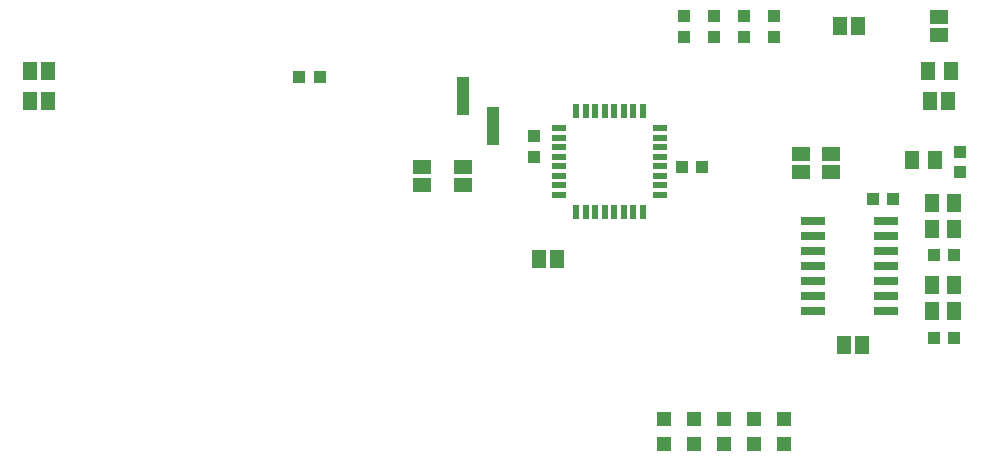
<source format=gtp>
G04 EAGLE Gerber RS-274X export*
G75*
%MOMM*%
%FSLAX34Y34*%
%LPD*%
%INSolderpaste Top*%
%IPPOS*%
%AMOC8*
5,1,8,0,0,1.08239X$1,22.5*%
G01*
%ADD10R,1.000000X1.100000*%
%ADD11R,1.100000X1.000000*%
%ADD12R,1.200000X1.200000*%
%ADD13R,1.300000X1.500000*%
%ADD14R,1.600200X1.168400*%
%ADD15R,1.168400X1.600200*%
%ADD16R,1.270000X0.558800*%
%ADD17R,0.558800X1.270000*%
%ADD18R,2.032000X0.660400*%
%ADD19R,1.016000X3.302000*%


D10*
X508000Y270900D03*
X508000Y287900D03*
D11*
X846600Y117475D03*
X863600Y117475D03*
D12*
X668338Y27600D03*
X668338Y48600D03*
X642938Y27600D03*
X642938Y48600D03*
X617538Y27600D03*
X617538Y48600D03*
X693738Y27600D03*
X693738Y48600D03*
X719138Y27600D03*
X719138Y48600D03*
D13*
X863550Y161925D03*
X844550Y161925D03*
X863550Y139700D03*
X844550Y139700D03*
D14*
X733425Y272733D03*
X733425Y257493D03*
D15*
X782320Y381000D03*
X767080Y381000D03*
D16*
X528574Y294700D03*
X528574Y286700D03*
X528574Y278700D03*
X528574Y270700D03*
X528574Y262700D03*
X528574Y254700D03*
X528574Y246700D03*
X528574Y238700D03*
D17*
X543500Y223774D03*
X551500Y223774D03*
X559500Y223774D03*
X567500Y223774D03*
X575500Y223774D03*
X583500Y223774D03*
X591500Y223774D03*
X599500Y223774D03*
D16*
X614426Y238700D03*
X614426Y246700D03*
X614426Y254700D03*
X614426Y262700D03*
X614426Y270700D03*
X614426Y278700D03*
X614426Y286700D03*
X614426Y294700D03*
D17*
X599500Y309626D03*
X591500Y309626D03*
X583500Y309626D03*
X575500Y309626D03*
X567500Y309626D03*
X559500Y309626D03*
X551500Y309626D03*
X543500Y309626D03*
D18*
X743966Y215900D03*
X805434Y215900D03*
X743966Y203200D03*
X743966Y190500D03*
X805434Y203200D03*
X805434Y190500D03*
X743966Y177800D03*
X805434Y177800D03*
X743966Y165100D03*
X743966Y152400D03*
X805434Y165100D03*
X805434Y152400D03*
X743966Y139700D03*
X805434Y139700D03*
D13*
X863575Y231775D03*
X844575Y231775D03*
X863575Y209550D03*
X844575Y209550D03*
D11*
X846600Y187325D03*
X863600Y187325D03*
D14*
X758825Y272733D03*
X758825Y257493D03*
D13*
X847040Y267970D03*
X828040Y267970D03*
D11*
X326000Y338138D03*
X309000Y338138D03*
X811775Y234950D03*
X794775Y234950D03*
D10*
X868680Y274810D03*
X868680Y257810D03*
D15*
X81280Y317500D03*
X96520Y317500D03*
X81280Y342900D03*
X96520Y342900D03*
D11*
X635000Y372500D03*
X635000Y389500D03*
X660400Y372500D03*
X660400Y389500D03*
X685800Y372500D03*
X685800Y389500D03*
X711200Y372500D03*
X711200Y389500D03*
D15*
X770255Y111125D03*
X785495Y111125D03*
D14*
X850900Y373380D03*
X850900Y388620D03*
X412750Y261620D03*
X412750Y246380D03*
X447675Y261620D03*
X447675Y246380D03*
D15*
X511493Y183833D03*
X526733Y183833D03*
D11*
X649850Y261938D03*
X632850Y261938D03*
D15*
X858520Y317500D03*
X843280Y317500D03*
D13*
X860400Y342900D03*
X841400Y342900D03*
D19*
X447675Y322263D03*
X473075Y296863D03*
M02*

</source>
